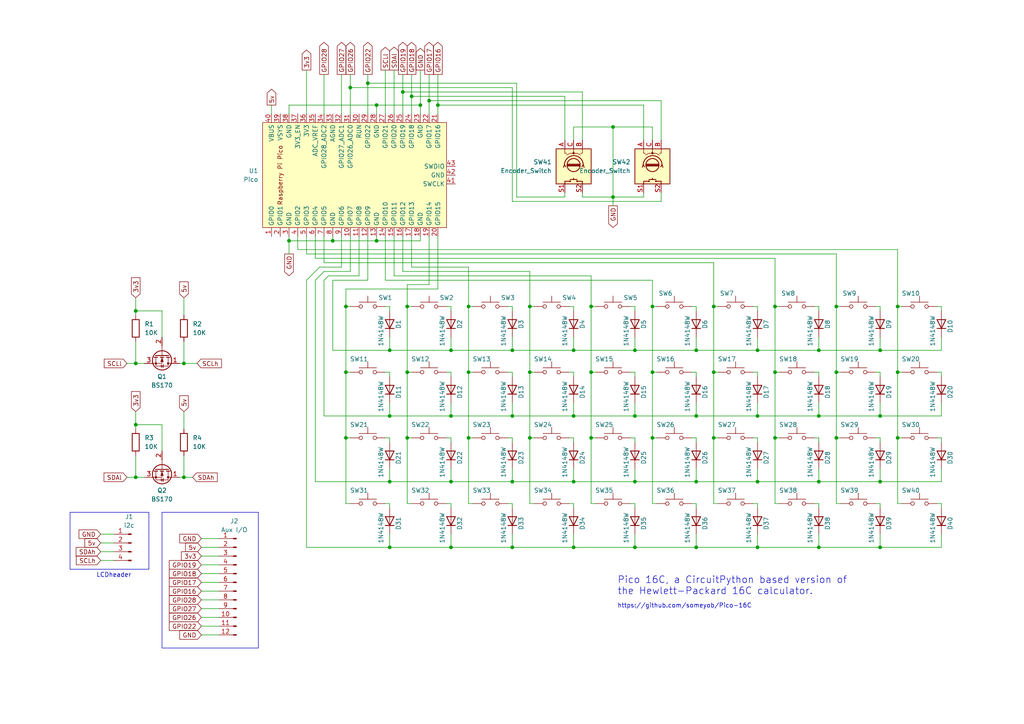
<source format=kicad_sch>
(kicad_sch (version 20230121) (generator eeschema)
  (paper "A4")
  (lib_symbols
    (symbol "Connector:Conn_01x04_Pin" (pin_names (offset 1.016) hide)
      (property "Reference" "J" (at 0 5.08 0))
      (property "Value" "Conn_01x04_Pin" (at 0 -7.62 0))
      (symbol "Conn_01x04_Pin_1_1"
        (pin passive line (at 5.08 2.54 180) (length 3.81) (name "Pin_1") (number "1"))
        (pin passive line (at 5.08 0 180) (length 3.81) (name "Pin_2") (number "2"))
        (pin passive line (at 5.08 -2.54 180) (length 3.81) (name "Pin_3") (number "3"))
        (pin passive line (at 5.08 -5.08 180) (length 3.81) (name "Pin_4") (number "4"))
      )
    )
    (symbol "Connector:Conn_01x12_Pin" (pin_names (offset 1.016) hide)
      (property "Reference" "J" (at 0 15.24 0))
      (property "Value" "Conn_01x12_Pin" (at 0 -17.78 0))
      (symbol "Conn_01x12_Pin_1_1"
        (pin passive line (at 5.08 12.7 180) (length 3.81) (name "Pin_1") (number "1"))
        (pin passive line (at 5.08 -10.16 180) (length 3.81) (name "Pin_10") (number "10"))
        (pin passive line (at 5.08 -12.7 180) (length 3.81) (name "Pin_11") (number "11"))
        (pin passive line (at 5.08 -15.24 180) (length 3.81) (name "Pin_12") (number "12"))
        (pin passive line (at 5.08 10.16 180) (length 3.81) (name "Pin_2") (number "2"))
        (pin passive line (at 5.08 7.62 180) (length 3.81) (name "Pin_3") (number "3"))
        (pin passive line (at 5.08 5.08 180) (length 3.81) (name "Pin_4") (number "4"))
        (pin passive line (at 5.08 2.54 180) (length 3.81) (name "Pin_5") (number "5"))
        (pin passive line (at 5.08 0 180) (length 3.81) (name "Pin_6") (number "6"))
        (pin passive line (at 5.08 -2.54 180) (length 3.81) (name "Pin_7") (number "7"))
        (pin passive line (at 5.08 -5.08 180) (length 3.81) (name "Pin_8") (number "8"))
        (pin passive line (at 5.08 -7.62 180) (length 3.81) (name "Pin_9") (number "9"))
      )
    )
    (symbol "Device:R" (pin_numbers hide) (pin_names (offset 0))
      (property "Reference" "R" (at 2.032 0 90))
      (property "Value" "R" (at 0 0 90))
      (symbol "R_1_1"
        (pin passive line (at 0 3.81 270) (length 1.27) (name "~") (number "1"))
        (pin passive line (at 0 -3.81 90) (length 1.27) (name "~") (number "2"))
      )
    )
    (symbol "Device:RotaryEncoder_Switch" (pin_names (offset 0.254) hide)
      (property "Reference" "SW" (at 0 6.604 0))
      (property "Value" "RotaryEncoder_Switch" (at 0 -6.604 0))
      (symbol "RotaryEncoder_Switch_1_1"
        (pin passive line (at -7.62 2.54 0) (length 2.54) (name "A") (number "A"))
        (pin passive line (at -7.62 -2.54 0) (length 2.54) (name "B") (number "B"))
        (pin passive line (at -7.62 0 0) (length 2.54) (name "C") (number "C"))
        (pin passive line (at 7.62 2.54 180) (length 2.54) (name "S1") (number "S1"))
        (pin passive line (at 7.62 -2.54 180) (length 2.54) (name "S2") (number "S2"))
      )
    )
    (symbol "Diode:1N4148W" (pin_numbers hide) (pin_names hide)
      (property "Reference" "D" (at 0 2.54 0))
      (property "Value" "1N4148W" (at 0 -2.54 0))
      (symbol "1N4148W_1_1"
        (pin passive line (at -3.81 0 0) (length 2.54) (name "K") (number "1"))
        (pin passive line (at 3.81 0 180) (length 2.54) (name "A") (number "2"))
      )
    )
    (symbol "RPi:Pico"
      (property "Reference" "U" (at -13.97 27.94 0))
      (property "Value" "Pico" (at 0 19.05 0))
      (symbol "Pico_0_0"
        (text "Raspberry Pi Pico" (at 0 21.59 0) (effects (font (size 1.27 1.27))))
      )
      (symbol "Pico_1_1"
        (pin bidirectional line (at -17.78 24.13 0) (length 2.54) (name "GPIO0") (number "1"))
        (pin bidirectional line (at -17.78 1.27 0) (length 2.54) (name "GPIO7") (number "10"))
        (pin bidirectional line (at -17.78 -1.27 0) (length 2.54) (name "GPIO8") (number "11"))
        (pin bidirectional line (at -17.78 -3.81 0) (length 2.54) (name "GPIO9") (number "12"))
        (pin power_in line (at -17.78 -6.35 0) (length 2.54) (name "GND") (number "13"))
        (pin bidirectional line (at -17.78 -8.89 0) (length 2.54) (name "GPIO10") (number "14"))
        (pin bidirectional line (at -17.78 -11.43 0) (length 2.54) (name "GPIO11") (number "15"))
        (pin bidirectional line (at -17.78 -13.97 0) (length 2.54) (name "GPIO12") (number "16"))
        (pin bidirectional line (at -17.78 -16.51 0) (length 2.54) (name "GPIO13") (number "17"))
        (pin power_in line (at -17.78 -19.05 0) (length 2.54) (name "GND") (number "18"))
        (pin bidirectional line (at -17.78 -21.59 0) (length 2.54) (name "GPIO14") (number "19"))
        (pin bidirectional line (at -17.78 21.59 0) (length 2.54) (name "GPIO1") (number "2"))
        (pin bidirectional line (at -17.78 -24.13 0) (length 2.54) (name "GPIO15") (number "20"))
        (pin bidirectional line (at 17.78 -24.13 180) (length 2.54) (name "GPIO16") (number "21"))
        (pin bidirectional line (at 17.78 -21.59 180) (length 2.54) (name "GPIO17") (number "22"))
        (pin power_in line (at 17.78 -19.05 180) (length 2.54) (name "GND") (number "23"))
        (pin bidirectional line (at 17.78 -16.51 180) (length 2.54) (name "GPIO18") (number "24"))
        (pin bidirectional line (at 17.78 -13.97 180) (length 2.54) (name "GPIO19") (number "25"))
        (pin bidirectional line (at 17.78 -11.43 180) (length 2.54) (name "GPIO20") (number "26"))
        (pin bidirectional line (at 17.78 -8.89 180) (length 2.54) (name "GPIO21") (number "27"))
        (pin power_in line (at 17.78 -6.35 180) (length 2.54) (name "GND") (number "28"))
        (pin bidirectional line (at 17.78 -3.81 180) (length 2.54) (name "GPIO22") (number "29"))
        (pin power_in line (at -17.78 19.05 0) (length 2.54) (name "GND") (number "3"))
        (pin input line (at 17.78 -1.27 180) (length 2.54) (name "RUN") (number "30"))
        (pin bidirectional line (at 17.78 1.27 180) (length 2.54) (name "GPIO26_ADC0") (number "31"))
        (pin bidirectional line (at 17.78 3.81 180) (length 2.54) (name "GPIO27_ADC1") (number "32"))
        (pin power_in line (at 17.78 6.35 180) (length 2.54) (name "AGND") (number "33"))
        (pin bidirectional line (at 17.78 8.89 180) (length 2.54) (name "GPIO28_ADC2") (number "34"))
        (pin power_in line (at 17.78 11.43 180) (length 2.54) (name "ADC_VREF") (number "35"))
        (pin power_in line (at 17.78 13.97 180) (length 2.54) (name "3V3") (number "36"))
        (pin input line (at 17.78 16.51 180) (length 2.54) (name "3V3_EN") (number "37"))
        (pin bidirectional line (at 17.78 19.05 180) (length 2.54) (name "GND") (number "38"))
        (pin power_in line (at 17.78 21.59 180) (length 2.54) (name "VSYS") (number "39"))
        (pin bidirectional line (at -17.78 16.51 0) (length 2.54) (name "GPIO2") (number "4"))
        (pin power_in line (at 17.78 24.13 180) (length 2.54) (name "VBUS") (number "40"))
        (pin input line (at -2.54 -29.21 90) (length 2.54) (name "SWCLK") (number "41"))
        (pin power_in line (at 0 -29.21 90) (length 2.54) (name "GND") (number "42"))
        (pin bidirectional line (at 2.54 -29.21 90) (length 2.54) (name "SWDIO") (number "43"))
        (pin bidirectional line (at -17.78 13.97 0) (length 2.54) (name "GPIO3") (number "5"))
        (pin bidirectional line (at -17.78 11.43 0) (length 2.54) (name "GPIO4") (number "6"))
        (pin bidirectional line (at -17.78 8.89 0) (length 2.54) (name "GPIO5") (number "7"))
        (pin power_in line (at -17.78 6.35 0) (length 2.54) (name "GND") (number "8"))
        (pin bidirectional line (at -17.78 3.81 0) (length 2.54) (name "GPIO6") (number "9"))
      )
    )
    (symbol "Switch:SW_Push" (pin_numbers hide) (pin_names (offset 1.016) hide)
      (property "Reference" "SW" (at 1.27 2.54 0))
      (property "Value" "SW_Push" (at 0 -1.524 0))
      (symbol "SW_Push_0_1"
        (pin passive line (at -5.08 0 0) (length 2.54) (name "1") (number "1"))
        (pin passive line (at 5.08 0 180) (length 2.54) (name "2") (number "2"))
      )
    )
    (symbol "Transistor_FET:BS170" (pin_names hide)
      (property "Reference" "Q" (at 5.08 1.905 0))
      (property "Value" "BS170" (at 5.08 0 0))
      (symbol "BS170_1_1"
        (pin passive line (at 2.54 5.08 270) (length 2.54) (name "D") (number "1"))
        (pin input line (at -5.08 0 0) (length 2.54) (name "G") (number "2"))
        (pin passive line (at 2.54 -5.08 90) (length 2.54) (name "S") (number "3"))
      )
    )
  )
  (junction (at 83.82 69.85))
  (junction (at 201.93 120.65))
  (junction (at 177.8 57.15))
  (junction (at 184.15 120.65))
  (junction (at 171.45 88.9))
  (junction (at 201.93 158.75))
  (junction (at 113.03 101.6))
  (junction (at 237.49 120.65))
  (junction (at 39.37 123.19))
  (junction (at 171.45 127))
  (junction (at 39.37 105.41))
  (junction (at 118.11 88.9))
  (junction (at 166.37 139.7))
  (junction (at 135.89 107.95))
  (junction (at 148.59 139.7))
  (junction (at 118.11 127))
  (junction (at 224.79 127))
  (junction (at 219.71 101.6))
  (junction (at 219.71 158.75))
  (junction (at 242.57 107.95))
  (junction (at 242.57 88.9))
  (junction (at 166.37 101.6))
  (junction (at 121.92 30.48))
  (junction (at 39.37 90.17))
  (junction (at 255.27 158.75))
  (junction (at 153.67 107.95))
  (junction (at 255.27 120.65))
  (junction (at 189.23 88.9))
  (junction (at 166.37 120.65))
  (junction (at 113.03 139.7))
  (junction (at 224.79 88.9))
  (junction (at 177.8 36.83))
  (junction (at 106.68 24.13))
  (junction (at 219.71 120.65))
  (junction (at 96.52 69.85))
  (junction (at 201.93 101.6))
  (junction (at 135.89 127))
  (junction (at 207.01 107.95))
  (junction (at 135.89 88.9))
  (junction (at 189.23 107.95))
  (junction (at 255.27 139.7))
  (junction (at 242.57 127))
  (junction (at 207.01 88.9))
  (junction (at 260.35 127))
  (junction (at 130.81 101.6))
  (junction (at 113.03 120.65))
  (junction (at 171.45 107.95))
  (junction (at 184.15 139.7))
  (junction (at 127 30.48))
  (junction (at 118.11 107.95))
  (junction (at 219.71 139.7))
  (junction (at 109.22 69.85))
  (junction (at 201.93 139.7))
  (junction (at 237.49 158.75))
  (junction (at 119.38 27.94))
  (junction (at 116.84 26.67))
  (junction (at 109.22 30.48))
  (junction (at 53.34 138.43))
  (junction (at 166.37 158.75))
  (junction (at 237.49 139.7))
  (junction (at 130.81 139.7))
  (junction (at 224.79 107.95))
  (junction (at 124.46 29.21))
  (junction (at 255.27 101.6))
  (junction (at 39.37 138.43))
  (junction (at 260.35 88.9))
  (junction (at 153.67 88.9))
  (junction (at 100.33 127))
  (junction (at 189.23 127))
  (junction (at 237.49 101.6))
  (junction (at 260.35 107.95))
  (junction (at 100.33 88.9))
  (junction (at 184.15 158.75))
  (junction (at 113.03 158.75))
  (junction (at 130.81 120.65))
  (junction (at 130.81 158.75))
  (junction (at 207.01 127))
  (junction (at 101.6 25.4))
  (junction (at 153.67 127))
  (junction (at 53.34 105.41))
  (junction (at 148.59 158.75))
  (junction (at 148.59 101.6))
  (junction (at 148.59 120.65))
  (junction (at 100.33 107.95))
  (junction (at 184.15 101.6))
  (wire (pts (xy 153.67 88.9) (xy 154.94 88.9)))
  (wire (pts (xy 219.71 154.94) (xy 219.71 158.75)))
  (wire (pts (xy 189.23 36.83) (xy 189.23 40.64)))
  (wire (pts (xy 148.59 101.6) (xy 166.37 101.6)))
  (wire (pts (xy 166.37 135.89) (xy 166.37 139.7)))
  (wire (pts (xy 237.49 158.75) (xy 255.27 158.75)))
  (wire (pts (xy 201.93 101.6) (xy 219.71 101.6)))
  (wire (pts (xy 236.22 127) (xy 237.49 127)))
  (wire (pts (xy 135.89 146.05) (xy 137.16 146.05)))
  (wire (pts (xy 148.59 116.84) (xy 148.59 120.65)))
  (wire (pts (xy 254 88.9) (xy 255.27 88.9)))
  (wire (pts (xy 88.9 73.66) (xy 242.57 73.66)))
  (wire (pts (xy 93.98 81.28) (xy 93.98 120.65)))
  (wire (pts (xy 46.99 123.19) (xy 46.99 130.81)))
  (wire (pts (xy 189.23 127) (xy 189.23 146.05)))
  (wire (pts (xy 219.71 101.6) (xy 237.49 101.6)))
  (wire (pts (xy 237.49 116.84) (xy 237.49 120.65)))
  (wire (pts (xy 106.68 68.58) (xy 106.68 81.28)))
  (wire (pts (xy 129.54 127) (xy 130.81 127)))
  (wire (pts (xy 135.89 88.9) (xy 137.16 88.9)))
  (wire (pts (xy 184.15 139.7) (xy 201.93 139.7)))
  (wire (pts (xy 153.67 107.95) (xy 153.67 127)))
  (wire (pts (xy 207.01 88.9) (xy 208.28 88.9)))
  (wire (pts (xy 166.37 139.7) (xy 184.15 139.7)))
  (wire (pts (xy 177.8 36.83) (xy 177.8 57.15)))
  (wire (pts (xy 147.32 127) (xy 148.59 127)))
  (wire (pts (xy 184.15 154.94) (xy 184.15 158.75)))
  (wire (pts (xy 218.44 127) (xy 219.71 127)))
  (wire (pts (xy 163.83 27.94) (xy 163.83 40.64)))
  (wire (pts (xy 58.42 179.07) (xy 63.5 179.07)))
  (wire (pts (xy 53.34 99.06) (xy 53.34 105.41)))
  (wire (pts (xy 130.81 154.94) (xy 130.81 158.75)))
  (wire (pts (xy 116.84 21.59) (xy 116.84 26.67)))
  (wire (pts (xy 273.05 107.95) (xy 273.05 109.22)))
  (wire (pts (xy 148.59 146.05) (xy 148.59 147.32)))
  (wire (pts (xy 201.93 97.79) (xy 201.93 101.6)))
  (wire (pts (xy 166.37 127) (xy 166.37 128.27)))
  (wire (pts (xy 224.79 74.93) (xy 224.79 88.9)))
  (wire (pts (xy 153.67 107.95) (xy 154.94 107.95)))
  (wire (pts (xy 113.03 101.6) (xy 130.81 101.6)))
  (wire (pts (xy 224.79 88.9) (xy 226.06 88.9)))
  (wire (pts (xy 36.83 105.41) (xy 39.37 105.41)))
  (wire (pts (xy 127 30.48) (xy 186.69 30.48)))
  (wire (pts (xy 219.71 107.95) (xy 219.71 109.22)))
  (wire (pts (xy 171.45 107.95) (xy 172.72 107.95)))
  (wire (pts (xy 191.77 29.21) (xy 191.77 40.64)))
  (wire (pts (xy 130.81 127) (xy 130.81 128.27)))
  (wire (pts (xy 207.01 127) (xy 207.01 146.05)))
  (wire (pts (xy 114.3 20.32) (xy 114.3 33.02)))
  (wire (pts (xy 95.25 80.01) (xy 93.98 81.28)))
  (wire (pts (xy 153.67 127) (xy 153.67 146.05)))
  (wire (pts (xy 93.98 78.74) (xy 91.44 81.28)))
  (wire (pts (xy 101.6 25.4) (xy 148.59 25.4)))
  (wire (pts (xy 118.11 127) (xy 119.38 127)))
  (wire (pts (xy 116.84 68.58) (xy 116.84 78.74)))
  (wire (pts (xy 109.22 30.48) (xy 109.22 33.02)))
  (wire (pts (xy 149.86 57.15) (xy 163.83 57.15)))
  (wire (pts (xy 237.49 154.94) (xy 237.49 158.75)))
  (wire (pts (xy 219.71 127) (xy 219.71 128.27)))
  (wire (pts (xy 224.79 127) (xy 226.06 127)))
  (wire (pts (xy 39.37 123.19) (xy 39.37 124.46)))
  (wire (pts (xy 127 68.58) (xy 127 83.82)))
  (wire (pts (xy 207.01 88.9) (xy 207.01 107.95)))
  (wire (pts (xy 148.59 107.95) (xy 148.59 109.22)))
  (wire (pts (xy 58.42 156.21) (xy 63.5 156.21)))
  (wire (pts (xy 58.42 168.91) (xy 63.5 168.91)))
  (wire (pts (xy 260.35 72.39) (xy 260.35 88.9)))
  (wire (pts (xy 124.46 29.21) (xy 191.77 29.21)))
  (wire (pts (xy 201.93 158.75) (xy 219.71 158.75)))
  (wire (pts (xy 86.36 68.58) (xy 86.36 72.39)))
  (wire (pts (xy 255.27 127) (xy 255.27 128.27)))
  (wire (pts (xy 29.21 162.56) (xy 33.02 162.56)))
  (wire (pts (xy 207.01 107.95) (xy 207.01 127)))
  (wire (pts (xy 201.93 146.05) (xy 201.93 147.32)))
  (wire (pts (xy 184.15 116.84) (xy 184.15 120.65)))
  (wire (pts (xy 130.81 88.9) (xy 130.81 90.17)))
  (wire (pts (xy 242.57 107.95) (xy 243.84 107.95)))
  (wire (pts (xy 96.52 69.85) (xy 109.22 69.85)))
  (wire (pts (xy 171.45 127) (xy 172.72 127)))
  (wire (pts (xy 100.33 107.95) (xy 101.6 107.95)))
  (wire (pts (xy 114.3 68.58) (xy 114.3 80.01)))
  (wire (pts (xy 254 107.95) (xy 255.27 107.95)))
  (wire (pts (xy 260.35 127) (xy 261.62 127)))
  (wire (pts (xy 113.03 139.7) (xy 130.81 139.7)))
  (wire (pts (xy 166.37 107.95) (xy 166.37 109.22)))
  (wire (pts (xy 39.37 138.43) (xy 41.91 138.43)))
  (wire (pts (xy 166.37 101.6) (xy 184.15 101.6)))
  (wire (pts (xy 237.49 139.7) (xy 255.27 139.7)))
  (wire (pts (xy 101.6 68.58) (xy 101.6 78.74)))
  (wire (pts (xy 129.54 107.95) (xy 130.81 107.95)))
  (wire (pts (xy 171.45 146.05) (xy 172.72 146.05)))
  (wire (pts (xy 184.15 120.65) (xy 201.93 120.65)))
  (wire (pts (xy 165.1 127) (xy 166.37 127)))
  (wire (pts (xy 36.83 138.43) (xy 39.37 138.43)))
  (wire (pts (xy 236.22 146.05) (xy 237.49 146.05)))
  (wire (pts (xy 113.03 154.94) (xy 113.03 158.75)))
  (wire (pts (xy 255.27 88.9) (xy 255.27 90.17)))
  (wire (pts (xy 182.88 107.95) (xy 184.15 107.95)))
  (wire (pts (xy 255.27 135.89) (xy 255.27 139.7)))
  (wire (pts (xy 78.74 30.48) (xy 78.74 33.02)))
  (wire (pts (xy 118.11 127) (xy 118.11 146.05)))
  (wire (pts (xy 271.78 88.9) (xy 273.05 88.9)))
  (wire (pts (xy 255.27 139.7) (xy 273.05 139.7)))
  (wire (pts (xy 29.21 154.94) (xy 33.02 154.94)))
  (wire (pts (xy 189.23 146.05) (xy 190.5 146.05)))
  (wire (pts (xy 166.37 116.84) (xy 166.37 120.65)))
  (wire (pts (xy 83.82 69.85) (xy 83.82 73.66)))
  (wire (pts (xy 113.03 120.65) (xy 130.81 120.65)))
  (wire (pts (xy 29.21 160.02) (xy 33.02 160.02)))
  (wire (pts (xy 200.66 146.05) (xy 201.93 146.05)))
  (wire (pts (xy 166.37 97.79) (xy 166.37 101.6)))
  (wire (pts (xy 186.69 55.88) (xy 186.69 57.15)))
  (wire (pts (xy 100.33 83.82) (xy 127 83.82)))
  (wire (pts (xy 135.89 127) (xy 137.16 127)))
  (wire (pts (xy 93.98 76.2) (xy 207.01 76.2)))
  (wire (pts (xy 130.81 107.95) (xy 130.81 109.22)))
  (wire (pts (xy 39.37 123.19) (xy 46.99 123.19)))
  (wire (pts (xy 147.32 88.9) (xy 148.59 88.9)))
  (wire (pts (xy 58.42 171.45) (xy 63.5 171.45)))
  (wire (pts (xy 219.71 139.7) (xy 237.49 139.7)))
  (wire (pts (xy 255.27 158.75) (xy 273.05 158.75)))
  (wire (pts (xy 113.03 107.95) (xy 113.03 109.22)))
  (wire (pts (xy 201.93 154.94) (xy 201.93 158.75)))
  (wire (pts (xy 168.91 57.15) (xy 177.8 57.15)))
  (wire (pts (xy 119.38 77.47) (xy 135.89 77.47)))
  (wire (pts (xy 242.57 146.05) (xy 243.84 146.05)))
  (wire (pts (xy 113.03 135.89) (xy 113.03 139.7)))
  (wire (pts (xy 148.59 120.65) (xy 166.37 120.65)))
  (wire (pts (xy 39.37 90.17) (xy 39.37 91.44)))
  (wire (pts (xy 39.37 132.08) (xy 39.37 138.43)))
  (wire (pts (xy 113.03 158.75) (xy 130.81 158.75)))
  (wire (pts (xy 273.05 154.94) (xy 273.05 158.75)))
  (wire (pts (xy 114.3 80.01) (xy 171.45 80.01)))
  (wire (pts (xy 58.42 163.83) (xy 63.5 163.83)))
  (wire (pts (xy 93.98 120.65) (xy 113.03 120.65)))
  (wire (pts (xy 119.38 27.94) (xy 163.83 27.94)))
  (wire (pts (xy 113.03 146.05) (xy 113.03 147.32)))
  (wire (pts (xy 130.81 116.84) (xy 130.81 120.65)))
  (wire (pts (xy 224.79 107.95) (xy 224.79 127)))
  (wire (pts (xy 91.44 139.7) (xy 113.03 139.7)))
  (wire (pts (xy 191.77 55.88) (xy 191.77 58.42)))
  (wire (pts (xy 237.49 120.65) (xy 255.27 120.65)))
  (wire (pts (xy 99.06 21.59) (xy 99.06 33.02)))
  (wire (pts (xy 189.23 107.95) (xy 190.5 107.95)))
  (wire (pts (xy 153.67 78.74) (xy 153.67 88.9)))
  (wire (pts (xy 168.91 55.88) (xy 168.91 57.15)))
  (wire (pts (xy 148.59 25.4) (xy 148.59 58.42)))
  (wire (pts (xy 182.88 88.9) (xy 184.15 88.9)))
  (wire (pts (xy 255.27 97.79) (xy 255.27 101.6)))
  (wire (pts (xy 201.93 88.9) (xy 201.93 90.17)))
  (wire (pts (xy 111.76 68.58) (xy 111.76 81.28)))
  (wire (pts (xy 118.11 82.55) (xy 118.11 88.9)))
  (wire (pts (xy 113.03 127) (xy 113.03 128.27)))
  (wire (pts (xy 119.38 27.94) (xy 119.38 33.02)))
  (wire (pts (xy 52.07 138.43) (xy 53.34 138.43)))
  (wire (pts (xy 242.57 88.9) (xy 243.84 88.9)))
  (wire (pts (xy 273.05 88.9) (xy 273.05 90.17)))
  (wire (pts (xy 135.89 77.47) (xy 135.89 88.9)))
  (wire (pts (xy 236.22 88.9) (xy 237.49 88.9)))
  (wire (pts (xy 148.59 127) (xy 148.59 128.27)))
  (wire (pts (xy 153.67 146.05) (xy 154.94 146.05)))
  (wire (pts (xy 189.23 88.9) (xy 190.5 88.9)))
  (wire (pts (xy 147.32 146.05) (xy 148.59 146.05)))
  (wire (pts (xy 166.37 146.05) (xy 166.37 147.32)))
  (wire (pts (xy 83.82 30.48) (xy 109.22 30.48)))
  (wire (pts (xy 201.93 116.84) (xy 201.93 120.65)))
  (wire (pts (xy 237.49 146.05) (xy 237.49 147.32)))
  (wire (pts (xy 88.9 81.28) (xy 88.9 158.75)))
  (wire (pts (xy 53.34 138.43) (xy 55.88 138.43)))
  (wire (pts (xy 119.38 21.59) (xy 119.38 27.94)))
  (wire (pts (xy 242.57 127) (xy 243.84 127)))
  (wire (pts (xy 111.76 81.28) (xy 189.23 81.28)))
  (wire (pts (xy 96.52 68.58) (xy 96.52 69.85)))
  (wire (pts (xy 104.14 68.58) (xy 104.14 80.01)))
  (wire (pts (xy 171.45 88.9) (xy 171.45 107.95)))
  (wire (pts (xy 39.37 105.41) (xy 41.91 105.41)))
  (wire (pts (xy 93.98 21.59) (xy 93.98 33.02)))
  (wire (pts (xy 148.59 158.75) (xy 166.37 158.75)))
  (wire (pts (xy 100.33 88.9) (xy 101.6 88.9)))
  (wire (pts (xy 130.81 101.6) (xy 148.59 101.6)))
  (wire (pts (xy 224.79 88.9) (xy 224.79 107.95)))
  (wire (pts (xy 201.93 120.65) (xy 219.71 120.65)))
  (wire (pts (xy 177.8 57.15) (xy 186.69 57.15)))
  (wire (pts (xy 39.37 86.36) (xy 39.37 90.17)))
  (wire (pts (xy 184.15 146.05) (xy 184.15 147.32)))
  (wire (pts (xy 109.22 30.48) (xy 121.92 30.48)))
  (wire (pts (xy 153.67 127) (xy 154.94 127)))
  (wire (pts (xy 219.71 120.65) (xy 237.49 120.65)))
  (wire (pts (xy 236.22 107.95) (xy 237.49 107.95)))
  (wire (pts (xy 237.49 88.9) (xy 237.49 90.17)))
  (wire (pts (xy 219.71 97.79) (xy 219.71 101.6)))
  (wire (pts (xy 260.35 88.9) (xy 261.62 88.9)))
  (wire (pts (xy 53.34 119.38) (xy 53.34 124.46)))
  (wire (pts (xy 166.37 154.94) (xy 166.37 158.75)))
  (wire (pts (xy 116.84 26.67) (xy 116.84 33.02)))
  (wire (pts (xy 124.46 29.21) (xy 124.46 33.02)))
  (wire (pts (xy 91.44 81.28) (xy 91.44 139.7)))
  (wire (pts (xy 39.37 99.06) (xy 39.37 105.41)))
  (wire (pts (xy 171.45 80.01) (xy 171.45 88.9)))
  (wire (pts (xy 91.44 68.58) (xy 91.44 74.93)))
  (wire (pts (xy 148.59 97.79) (xy 148.59 101.6)))
  (wire (pts (xy 39.37 90.17) (xy 46.99 90.17)))
  (wire (pts (xy 121.92 30.48) (xy 121.92 33.02)))
  (wire (pts (xy 118.11 107.95) (xy 119.38 107.95)))
  (wire (pts (xy 135.89 127) (xy 135.89 146.05)))
  (wire (pts (xy 273.05 127) (xy 273.05 128.27)))
  (wire (pts (xy 171.45 88.9) (xy 172.72 88.9)))
  (wire (pts (xy 129.54 146.05) (xy 130.81 146.05)))
  (wire (pts (xy 83.82 68.58) (xy 83.82 69.85)))
  (wire (pts (xy 83.82 30.48) (xy 83.82 33.02)))
  (wire (pts (xy 39.37 119.38) (xy 39.37 123.19)))
  (wire (pts (xy 118.11 88.9) (xy 118.11 107.95)))
  (wire (pts (xy 118.11 107.95) (xy 118.11 127)))
  (wire (pts (xy 166.37 36.83) (xy 166.37 40.64)))
  (wire (pts (xy 207.01 127) (xy 208.28 127)))
  (wire (pts (xy 118.11 88.9) (xy 119.38 88.9)))
  (wire (pts (xy 58.42 158.75) (xy 63.5 158.75)))
  (wire (pts (xy 88.9 68.58) (xy 88.9 73.66)))
  (wire (pts (xy 255.27 116.84) (xy 255.27 120.65)))
  (wire (pts (xy 100.33 146.05) (xy 101.6 146.05)))
  (wire (pts (xy 100.33 127) (xy 100.33 146.05)))
  (wire (pts (xy 189.23 88.9) (xy 189.23 107.95)))
  (wire (pts (xy 58.42 166.37) (xy 63.5 166.37)))
  (wire (pts (xy 224.79 146.05) (xy 226.06 146.05)))
  (wire (pts (xy 116.84 26.67) (xy 168.91 26.67)))
  (wire (pts (xy 182.88 127) (xy 184.15 127)))
  (wire (pts (xy 96.52 101.6) (xy 113.03 101.6)))
  (wire (pts (xy 177.8 36.83) (xy 189.23 36.83)))
  (wire (pts (xy 271.78 107.95) (xy 273.05 107.95)))
  (wire (pts (xy 130.81 120.65) (xy 148.59 120.65)))
  (wire (pts (xy 189.23 107.95) (xy 189.23 127)))
  (wire (pts (xy 58.42 176.53) (xy 63.5 176.53)))
  (wire (pts (xy 189.23 127) (xy 190.5 127)))
  (wire (pts (xy 260.35 146.05) (xy 261.62 146.05)))
  (wire (pts (xy 96.52 81.28) (xy 96.52 101.6)))
  (wire (pts (xy 100.33 127) (xy 101.6 127)))
  (wire (pts (xy 219.71 146.05) (xy 219.71 147.32)))
  (wire (pts (xy 119.38 68.58) (xy 119.38 77.47)))
  (wire (pts (xy 130.81 158.75) (xy 148.59 158.75)))
  (wire (pts (xy 254 127) (xy 255.27 127)))
  (wire (pts (xy 116.84 78.74) (xy 153.67 78.74)))
  (wire (pts (xy 148.59 139.7) (xy 166.37 139.7)))
  (wire (pts (xy 207.01 76.2) (xy 207.01 88.9)))
  (wire (pts (xy 168.91 26.67) (xy 168.91 40.64)))
  (wire (pts (xy 166.37 88.9) (xy 166.37 90.17)))
  (wire (pts (xy 111.76 20.32) (xy 111.76 33.02)))
  (wire (pts (xy 135.89 107.95) (xy 135.89 127)))
  (wire (pts (xy 130.81 146.05) (xy 130.81 147.32)))
  (wire (pts (xy 58.42 173.99) (xy 63.5 173.99)))
  (wire (pts (xy 224.79 127) (xy 224.79 146.05)))
  (wire (pts (xy 201.93 107.95) (xy 201.93 109.22)))
  (wire (pts (xy 95.25 80.01) (xy 104.14 80.01)))
  (wire (pts (xy 106.68 21.59) (xy 106.68 24.13)))
  (wire (pts (xy 184.15 88.9) (xy 184.15 90.17)))
  (wire (pts (xy 260.35 88.9) (xy 260.35 107.95)))
  (wire (pts (xy 88.9 158.75) (xy 113.03 158.75)))
  (wire (pts (xy 96.52 81.28) (xy 106.68 81.28)))
  (wire (pts (xy 165.1 107.95) (xy 166.37 107.95)))
  (wire (pts (xy 260.35 107.95) (xy 261.62 107.95)))
  (wire (pts (xy 254 146.05) (xy 255.27 146.05)))
  (wire (pts (xy 53.34 132.08) (xy 53.34 138.43)))
  (wire (pts (xy 130.81 97.79) (xy 130.81 101.6)))
  (wire (pts (xy 93.98 78.74) (xy 101.6 78.74)))
  (wire (pts (xy 113.03 97.79) (xy 113.03 101.6)))
  (wire (pts (xy 109.22 69.85) (xy 121.92 69.85)))
  (wire (pts (xy 53.34 86.36) (xy 53.34 91.44)))
  (wire (pts (xy 113.03 88.9) (xy 113.03 90.17)))
  (wire (pts (xy 207.01 146.05) (xy 208.28 146.05)))
  (wire (pts (xy 127 21.59) (xy 127 30.48)))
  (wire (pts (xy 237.49 101.6) (xy 255.27 101.6)))
  (wire (pts (xy 52.07 105.41) (xy 53.34 105.41)))
  (wire (pts (xy 260.35 107.95) (xy 260.35 127)))
  (wire (pts (xy 149.86 24.13) (xy 149.86 57.15)))
  (wire (pts (xy 148.59 58.42) (xy 191.77 58.42)))
  (wire (pts (xy 100.33 83.82) (xy 100.33 88.9)))
  (wire (pts (xy 109.22 68.58) (xy 109.22 69.85)))
  (wire (pts (xy 165.1 146.05) (xy 166.37 146.05)))
  (wire (pts (xy 201.93 139.7) (xy 219.71 139.7)))
  (wire (pts (xy 182.88 146.05) (xy 184.15 146.05)))
  (wire (pts (xy 91.44 74.93) (xy 224.79 74.93)))
  (wire (pts (xy 271.78 127) (xy 273.05 127)))
  (wire (pts (xy 273.05 116.84) (xy 273.05 120.65)))
  (wire (pts (xy 218.44 88.9) (xy 219.71 88.9)))
  (wire (pts (xy 189.23 81.28) (xy 189.23 88.9)))
  (wire (pts (xy 118.11 146.05) (xy 119.38 146.05)))
  (wire (pts (xy 273.05 135.89) (xy 273.05 139.7)))
  (wire (pts (xy 201.93 127) (xy 201.93 128.27)))
  (wire (pts (xy 255.27 107.95) (xy 255.27 109.22)))
  (wire (pts (xy 92.71 77.47) (xy 99.06 77.47)))
  (wire (pts (xy 121.92 20.32) (xy 121.92 30.48)))
  (wire (pts (xy 219.71 88.9) (xy 219.71 90.17)))
  (wire (pts (xy 237.49 97.79) (xy 237.49 101.6)))
  (wire (pts (xy 237.49 135.89) (xy 237.49 139.7)))
  (wire (pts (xy 111.76 146.05) (xy 113.03 146.05)))
  (wire (pts (xy 118.11 82.55) (xy 124.46 82.55)))
  (wire (pts (xy 165.1 88.9) (xy 166.37 88.9)))
  (wire (pts (xy 219.71 116.84) (xy 219.71 120.65)))
  (wire (pts (xy 127 30.48) (xy 127 33.02)))
  (wire (pts (xy 99.06 68.58) (xy 99.06 77.47)))
  (wire (pts (xy 111.76 88.9) (xy 113.03 88.9)))
  (wire (pts (xy 153.67 88.9) (xy 153.67 107.95)))
  (wire (pts (xy 186.69 30.48) (xy 186.69 40.64)))
  (wire (pts (xy 200.66 127) (xy 201.93 127)))
  (wire (pts (xy 101.6 21.59) (xy 101.6 25.4)))
  (wire (pts (xy 147.32 107.95) (xy 148.59 107.95)))
  (wire (pts (xy 271.78 146.05) (xy 273.05 146.05)))
  (wire (pts (xy 242.57 73.66) (xy 242.57 88.9)))
  (wire (pts (xy 200.66 107.95) (xy 201.93 107.95)))
  (wire (pts (xy 201.93 135.89) (xy 201.93 139.7)))
  (wire (pts (xy 237.49 107.95) (xy 237.49 109.22)))
  (wire (pts (xy 255.27 120.65) (xy 273.05 120.65)))
  (wire (pts (xy 184.15 127) (xy 184.15 128.27)))
  (wire (pts (xy 166.37 36.83) (xy 177.8 36.83)))
  (wire (pts (xy 260.35 127) (xy 260.35 146.05)))
  (wire (pts (xy 184.15 101.6) (xy 201.93 101.6)))
  (wire (pts (xy 124.46 21.59) (xy 124.46 29.21)))
  (wire (pts (xy 273.05 146.05) (xy 273.05 147.32)))
  (wire (pts (xy 130.81 139.7) (xy 148.59 139.7)))
  (wire (pts (xy 58.42 181.61) (xy 63.5 181.61)))
  (wire (pts (xy 171.45 127) (xy 171.45 146.05)))
  (wire (pts (xy 83.82 69.85) (xy 96.52 69.85)))
  (wire (pts (xy 200.66 88.9) (xy 201.93 88.9)))
  (wire (pts (xy 242.57 107.95) (xy 242.57 127)))
  (wire (pts (xy 273.05 97.79) (xy 273.05 101.6)))
  (wire (pts (xy 121.92 68.58) (xy 121.92 69.85)))
  (wire (pts (xy 255.27 101.6) (xy 273.05 101.6)))
  (wire (pts (xy 148.59 135.89) (xy 148.59 139.7)))
  (wire (pts (xy 58.42 184.15) (xy 63.5 184.15)))
  (wire (pts (xy 184.15 135.89) (xy 184.15 139.7)))
  (wire (pts (xy 242.57 127) (xy 242.57 146.05)))
  (wire (pts (xy 224.79 107.95) (xy 226.06 107.95)))
  (wire (pts (xy 184.15 107.95) (xy 184.15 109.22)))
  (wire (pts (xy 177.8 57.15) (xy 177.8 59.69)))
  (wire (pts (xy 166.37 120.65) (xy 184.15 120.65)))
  (wire (pts (xy 207.01 107.95) (xy 208.28 107.95)))
  (wire (pts (xy 135.89 107.95) (xy 137.16 107.95)))
  (wire (pts (xy 148.59 88.9) (xy 148.59 90.17)))
  (wire (pts (xy 88.9 20.32) (xy 88.9 33.02)))
  (wire (pts (xy 218.44 107.95) (xy 219.71 107.95)))
  (wire (pts (xy 166.37 158.75) (xy 184.15 158.75)))
  (wire (pts (xy 113.03 116.84) (xy 113.03 120.65)))
  (wire (pts (xy 100.33 107.95) (xy 100.33 127)))
  (wire (pts (xy 106.68 24.13) (xy 106.68 33.02)))
  (wire (pts (xy 86.36 72.39) (xy 260.35 72.39)))
  (wire (pts (xy 92.71 77.47) (xy 88.9 81.28)))
  (wire (pts (xy 184.15 97.79) (xy 184.15 101.6)))
  (wire (pts (xy 219.71 135.89) (xy 219.71 139.7)))
  (wire (pts (xy 129.54 88.9) (xy 130.81 88.9)))
  (wire (pts (xy 130.81 135.89) (xy 130.81 139.7)))
  (wire (pts (xy 124.46 68.58) (xy 124.46 82.55)))
  (wire (pts (xy 58.42 161.29) (xy 63.5 161.29)))
  (wire (pts (xy 111.76 127) (xy 113.03 127)))
  (wire (pts (xy 135.89 88.9) (xy 135.89 107.95)))
  (wire (pts (xy 46.99 90.17) (xy 46.99 97.79)))
  (wire (pts (xy 100.33 88.9) (xy 100.33 107.95)))
  (wire (pts (xy 101.6 25.4) (xy 101.6 33.02)))
  (wire (pts (xy 106.68 24.13) (xy 149.86 24.13)))
  (wire (pts (xy 255.27 154.94) (xy 255.27 158.75)))
  (wire (pts (xy 163.83 55.88) (xy 163.83 57.15)))
  (wire (pts (xy 171.45 107.95) (xy 171.45 127)))
  (wire (pts (xy 53.34 105.41) (xy 57.15 105.41)))
  (wire (pts (xy 255.27 146.05) (xy 255.27 147.32)))
  (wire (pts (xy 219.71 158.75) (xy 237.49 158.75)))
  (wire (pts (xy 242.57 88.9) (xy 242.57 107.95)))
  (wire (pts (xy 29.21 157.48) (xy 33.02 157.48)))
  (wire (pts (xy 237.49 127) (xy 237.49 128.27)))
  (wire (pts (xy 184.15 158.75) (xy 201.93 158.75)))
  (wire (pts (xy 218.44 146.05) (xy 219.71 146.05)))
  (wire (pts (xy 148.59 154.94) (xy 148.59 158.75)))
  (wire (pts (xy 111.76 107.95) (xy 113.03 107.95)))
  (wire (pts (xy 93.98 68.58) (xy 93.98 76.2)))
  (rectangle (start 46.99 148.59) (end 74.93 187.96))
  (rectangle (start 20.32 148.59) (end 43.18 165.1))
  (text "Pico 16C, a CircuitPython based version of \nthe Hewlett-Packard 16C calculator." (at 179.07 172.72 0) (effects (font (size 2 2)) (justify left bottom)))
  (text "https://github.com/someyob/Pico-16C" (at 179.07 176.53 0) (effects (font (size 1.27 1.27)) (justify left bottom)))
  (text "LCDheader" (at 27.94 167.64 0) (effects (font (size 1.27 1.27)) (justify left bottom)))
  (global_label "SDAl" (shape output) (at 114.3 20.32 90) (property "Intersheetrefs" "${INTERSHEET_REFS}" (effects hide)))
  (global_label "3v3" (shape output) (at 88.9 20.32 90) (property "Intersheetrefs" "${INTERSHEET_REFS}" (effects hide)))
  (global_label "GPIO17" (shape output) (at 124.46 21.59 90) (property "Intersheetrefs" "${INTERSHEET_REFS}" (effects hide)))
  (global_label "GND" (shape output) (at 121.92 20.32 90) (property "Intersheetrefs" "${INTERSHEET_REFS}" (effects hide)))
  (global_label "GND" (shape output) (at 83.82 73.66 270) (property "Intersheetrefs" "${INTERSHEET_REFS}" (effects hide)))
  (global_label "5v" (shape input) (at 53.34 119.38 90) (property "Intersheetrefs" "${INTERSHEET_REFS}" (effects hide)))
  (global_label "5v" (shape input) (at 29.21 157.48 180) (property "Intersheetrefs" "${INTERSHEET_REFS}" (effects hide)))
  (global_label "5v" (shape output) (at 78.74 30.48 90) (property "Intersheetrefs" "${INTERSHEET_REFS}" (effects hide)))
  (global_label "GPIO28" (shape input) (at 58.42 173.99 180) (property "Intersheetrefs" "${INTERSHEET_REFS}" (effects hide)))
  (global_label "GND" (shape input) (at 29.21 154.94 180) (property "Intersheetrefs" "${INTERSHEET_REFS}" (effects hide)))
  (global_label "GPIO19" (shape input) (at 58.42 163.83 180) (property "Intersheetrefs" "${INTERSHEET_REFS}" (effects hide)))
  (global_label "3v3" (shape input) (at 39.37 86.36 90) (property "Intersheetrefs" "${INTERSHEET_REFS}" (effects hide)))
  (global_label "SCLh" (shape input) (at 57.15 105.41 0) (property "Intersheetrefs" "${INTERSHEET_REFS}" (effects hide)))
  (global_label "GPIO27" (shape output) (at 99.06 21.59 90) (property "Intersheetrefs" "${INTERSHEET_REFS}" (effects hide)))
  (global_label "GND" (shape input) (at 58.42 156.21 180) (property "Intersheetrefs" "${INTERSHEET_REFS}" (effects hide)))
  (global_label "SDAl" (shape input) (at 36.83 138.43 180) (property "Intersheetrefs" "${INTERSHEET_REFS}" (effects hide)))
  (global_label "SCLh" (shape input) (at 29.21 162.56 180) (property "Intersheetrefs" "${INTERSHEET_REFS}" (effects hide)))
  (global_label "GPIO22" (shape input) (at 58.42 181.61 180) (property "Intersheetrefs" "${INTERSHEET_REFS}" (effects hide)))
  (global_label "GPIO16" (shape input) (at 58.42 171.45 180) (property "Intersheetrefs" "${INTERSHEET_REFS}" (effects hide)))
  (global_label "GPIO22" (shape output) (at 106.68 21.59 90) (property "Intersheetrefs" "${INTERSHEET_REFS}" (effects hide)))
  (global_label "GPIO28" (shape output) (at 93.98 21.59 90) (property "Intersheetrefs" "${INTERSHEET_REFS}" (effects hide)))
  (global_label "GND" (shape input) (at 58.42 184.15 180) (property "Intersheetrefs" "${INTERSHEET_REFS}" (effects hide)))
  (global_label "GPIO17" (shape input) (at 58.42 168.91 180) (property "Intersheetrefs" "${INTERSHEET_REFS}" (effects hide)))
  (global_label "GPIO19" (shape output) (at 116.84 21.59 90) (property "Intersheetrefs" "${INTERSHEET_REFS}" (effects hide)))
  (global_label "GPIO27" (shape input) (at 58.42 176.53 180) (property "Intersheetrefs" "${INTERSHEET_REFS}" (effects hide)))
  (global_label "SCLl" (shape output) (at 111.76 20.32 90) (property "Intersheetrefs" "${INTERSHEET_REFS}" (effects hide)))
  (global_label "3v3" (shape input) (at 39.37 119.38 90) (property "Intersheetrefs" "${INTERSHEET_REFS}" (effects hide)))
  (global_label "GPIO26" (shape output) (at 101.6 21.59 90) (property "Intersheetrefs" "${INTERSHEET_REFS}" (effects hide)))
  (global_label "GND" (shape output) (at 177.8 59.69 270) (property "Intersheetrefs" "${INTERSHEET_REFS}" (effects hide)))
  (global_label "SCLl" (shape input) (at 36.83 105.41 180) (property "Intersheetrefs" "${INTERSHEET_REFS}" (effects hide)))
  (global_label "5v" (shape input) (at 58.42 158.75 180) (property "Intersheetrefs" "${INTERSHEET_REFS}" (effects hide)))
  (global_label "GPIO18" (shape input) (at 58.42 166.37 180) (property "Intersheetrefs" "${INTERSHEET_REFS}" (effects hide)))
  (global_label "GPIO26" (shape input) (at 58.42 179.07 180) (property "Intersheetrefs" "${INTERSHEET_REFS}" (effects hide)))
  (global_label "5v" (shape input) (at 53.34 86.36 90) (property "Intersheetrefs" "${INTERSHEET_REFS}" (effects hide)))
  (global_label "SDAh" (shape input) (at 55.88 138.43 0) (property "Intersheetrefs" "${INTERSHEET_REFS}" (effects hide)))
  (global_label "GPIO16" (shape output) (at 127 21.59 90) (property "Intersheetrefs" "${INTERSHEET_REFS}" (effects hide)))
  (global_label "GPIO18" (shape output) (at 119.38 21.59 90) (property "Intersheetrefs" "${INTERSHEET_REFS}" (effects hide)))
  (global_label "SDAh" (shape input) (at 29.21 160.02 180) (property "Intersheetrefs" "${INTERSHEET_REFS}" (effects hide)))
  (global_label "3v3" (shape input) (at 58.42 161.29 180) (property "Intersheetrefs" "${INTERSHEET_REFS}" (effects hide)))
  (symbol (lib_id "Diode:1N4148W") (at 255.27 151.13 90) (unit 1)
    (property "Reference" "D39" (at 257.81 149.86 0) (effects (justify right)))
    (property "Value" "1N4148W" (at 252.73 148.59 0) (effects (justify right)))
    (property "Footprint" "Diode_THT:D_DO-35_SOD27_P7.62mm_Horizontal" (effects hide))
    (property "Datasheet" "https://www.vishay.com/docs/85748/1n4148w.pdf" (effects hide))
    (property "Sim.Device" "D" (effects hide))
    (property "Sim.Pins" "1=K 2=A" (effects hide))
  )
  (symbol (lib_id "Device:RotaryEncoder_Switch") (at 166.37 48.26 90) (mirror x) (unit 1)
    (property "Reference" "SW41" (at 160.02 46.99 90) (effects (justify left)))
    (property "Value" "Encoder_Switch" (at 160.02 49.53 90) (effects (justify left)))
    (property "Footprint" "Rotary_Encoder:RotaryEncoder_Alps_EC11E-Switch_Vertical_H20mm" (effects hide))
  )
  (symbol (lib_id "Switch:SW_Push") (at 124.46 107.95 0) (mirror y) (unit 1)
    (property "Reference" "SW12" (at 121.92 104.14 0))
    (property "Value" "SW_Push" (effects hide))
    (property "Footprint" "Button_Switch_Keyboard:SW_Cherry_MX_1.00u_PCB" (effects hide))
  )
  (symbol (lib_id "Diode:1N4148W") (at 130.81 93.98 90) (unit 1)
    (property "Reference" "D2" (at 133.35 92.71 0) (effects (justify right)))
    (property "Value" "1N4148W" (at 128.27 91.44 0) (effects (justify right)))
    (property "Footprint" "Diode_THT:D_DO-35_SOD27_P7.62mm_Horizontal" (effects hide))
    (property "Datasheet" "https://www.vishay.com/docs/85748/1n4148w.pdf" (effects hide))
    (property "Sim.Device" "D" (effects hide))
    (property "Sim.Pins" "1=K 2=A" (effects hide))
  )
  (symbol (lib_id "Switch:SW_Push") (at 213.36 107.95 0) (mirror y) (unit 1)
    (property "Reference" "SW17" (at 210.82 104.14 0))
    (property "Value" "SW_Push" (effects hide))
    (property "Footprint" "Button_Switch_Keyboard:SW_Cherry_MX_1.00u_PCB" (effects hide))
  )
  (symbol (lib_id "Switch:SW_Push") (at 142.24 107.95 0) (mirror y) (unit 1)
    (property "Reference" "SW13" (at 139.7 104.14 0))
    (property "Value" "SW_Push" (effects hide))
    (property "Footprint" "Button_Switch_Keyboard:SW_Cherry_MX_1.00u_PCB" (effects hide))
  )
  (symbol (lib_id "Diode:1N4148W") (at 184.15 93.98 90) (unit 1)
    (property "Reference" "D5" (at 186.69 92.71 0) (effects (justify right)))
    (property "Value" "1N4148W" (at 181.61 91.44 0) (effects (justify right)))
    (property "Footprint" "Diode_THT:D_DO-35_SOD27_P7.62mm_Horizontal" (effects hide))
    (property "Datasheet" "https://www.vishay.com/docs/85748/1n4148w.pdf" (effects hide))
    (property "Sim.Device" "D" (effects hide))
    (property "Sim.Pins" "1=K 2=A" (effects hide))
  )
  (symbol (lib_id "Diode:1N4148W") (at 201.93 132.08 90) (unit 1)
    (property "Reference" "D26" (at 204.47 130.81 0) (effects (justify right)))
    (property "Value" "1N4148W" (at 199.39 129.54 0) (effects (justify right)))
    (property "Footprint" "Diode_THT:D_DO-35_SOD27_P7.62mm_Horizontal" (effects hide))
    (property "Datasheet" "https://www.vishay.com/docs/85748/1n4148w.pdf" (effects hide))
    (property "Sim.Device" "D" (effects hide))
    (property "Sim.Pins" "1=K 2=A" (effects hide))
  )
  (symbol (lib_id "Diode:1N4148W") (at 166.37 93.98 90) (unit 1)
    (property "Reference" "D4" (at 168.91 92.71 0) (effects (justify right)))
    (property "Value" "1N4148W" (at 163.83 91.44 0) (effects (justify right)))
    (property "Footprint" "Diode_THT:D_DO-35_SOD27_P7.62mm_Horizontal" (effects hide))
    (property "Datasheet" "https://www.vishay.com/docs/85748/1n4148w.pdf" (effects hide))
    (property "Sim.Device" "D" (effects hide))
    (property "Sim.Pins" "1=K 2=A" (effects hide))
  )
  (symbol (lib_id "Switch:SW_Push") (at 231.14 107.95 0) (mirror y) (unit 1)
    (property "Reference" "SW18" (at 228.6 104.14 0))
    (property "Value" "SW_Push" (effects hide))
    (property "Footprint" "Button_Switch_Keyboard:SW_Cherry_MX_1.00u_PCB" (effects hide))
  )
  (symbol (lib_id "Switch:SW_Push") (at 177.8 107.95 0) (mirror y) (unit 1)
    (property "Reference" "SW15" (at 175.26 104.14 0))
    (property "Value" "SW_Push" (effects hide))
    (property "Footprint" "Button_Switch_Keyboard:SW_Cherry_MX_1.00u_PCB" (effects hide))
  )
  (symbol (lib_id "Diode:1N4148W") (at 201.93 113.03 90) (unit 1)
    (property "Reference" "D16" (at 204.47 111.76 0) (effects (justify right)))
    (property "Value" "1N4148W" (at 199.39 110.49 0) (effects (justify right)))
    (property "Footprint" "Diode_THT:D_DO-35_SOD27_P7.62mm_Horizontal" (effects hide))
    (property "Datasheet" "https://www.vishay.com/docs/85748/1n4148w.pdf" (effects hide))
    (property "Sim.Device" "D" (effects hide))
    (property "Sim.Pins" "1=K 2=A" (effects hide))
  )
  (symbol (lib_id "Diode:1N4148W") (at 184.15 113.03 90) (unit 1)
    (property "Reference" "D15" (at 186.69 111.76 0) (effects (justify right)))
    (property "Value" "1N4148W" (at 181.61 110.49 0) (effects (justify right)))
    (property "Footprint" "Diode_THT:D_DO-35_SOD27_P7.62mm_Horizontal" (effects hide))
    (property "Datasheet" "https://www.vishay.com/docs/85748/1n4148w.pdf" (effects hide))
    (property "Sim.Device" "D" (effects hide))
    (property "Sim.Pins" "1=K 2=A" (effects hide))
  )
  (symbol (lib_id "Switch:SW_Push") (at 106.68 88.9 0) (mirror y) (unit 1)
    (property "Reference" "SW1" (at 111.76 86.36 0))
    (property "Value" "SW_Push" (effects hide))
    (property "Footprint" "Button_Switch_Keyboard:SW_Cherry_MX_1.00u_PCB" (effects hide))
  )
  (symbol (lib_id "Diode:1N4148W") (at 273.05 93.98 90) (unit 1)
    (property "Reference" "D10" (at 275.59 92.71 0) (effects (justify right)))
    (property "Value" "1N4148W" (at 270.51 91.44 0) (effects (justify right)))
    (property "Footprint" "Diode_THT:D_DO-35_SOD27_P7.62mm_Horizontal" (effects hide))
    (property "Datasheet" "https://www.vishay.com/docs/85748/1n4148w.pdf" (effects hide))
    (property "Sim.Device" "D" (effects hide))
    (property "Sim.Pins" "1=K 2=A" (effects hide))
  )
  (symbol (lib_id "Device:R") (at 39.37 95.25 0) (unit 1)
    (property "Reference" "R1" (at 41.91 93.98 0) (effects (justify left)))
    (property "Value" "10K" (at 41.91 96.52 0) (effects (justify left)))
    (property "Footprint" "Resistor_THT:R_Axial_DIN0207_L6.3mm_D2.5mm_P10.16mm_Horizontal" (effects hide))
  )
  (symbol (lib_id "Switch:SW_Push") (at 160.02 127 0) (mirror y) (unit 1)
    (property "Reference" "SW24" (at 157.48 123.19 0))
    (property "Value" "SW_Push" (effects hide))
    (property "Footprint" "Button_Switch_Keyboard:SW_Cherry_MX_1.00u_PCB" (effects hide))
  )
  (symbol (lib_id "Diode:1N4148W") (at 255.27 132.08 90) (unit 1)
    (property "Reference" "D29" (at 257.81 130.81 0) (effects (justify right)))
    (property "Value" "1N4148W" (at 252.73 129.54 0) (effects (justify right)))
    (property "Footprint" "Diode_THT:D_DO-35_SOD27_P7.62mm_Horizontal" (effects hide))
    (property "Datasheet" "https://www.vishay.com/docs/85748/1n4148w.pdf" (effects hide))
    (property "Sim.Device" "D" (effects hide))
    (property "Sim.Pins" "1=K 2=A" (effects hide))
  )
  (symbol (lib_id "Switch:SW_Push") (at 124.46 146.05 0) (mirror y) (unit 1)
    (property "Reference" "SW32" (at 121.92 142.24 0))
    (property "Value" "SW_Push" (effects hide))
    (property "Footprint" "Button_Switch_Keyboard:SW_Cherry_MX_1.00u_PCB" (effects hide))
  )
  (symbol (lib_id "Diode:1N4148W") (at 237.49 151.13 90) (unit 1)
    (property "Reference" "D38" (at 240.03 149.86 0) (effects (justify right)))
    (property "Value" "1N4148W" (at 234.95 148.59 0) (effects (justify right)))
    (property "Footprint" "Diode_THT:D_DO-35_SOD27_P7.62mm_Horizontal" (effects hide))
    (property "Datasheet" "https://www.vishay.com/docs/85748/1n4148w.pdf" (effects hide))
    (property "Sim.Device" "D" (effects hide))
    (property "Sim.Pins" "1=K 2=A" (effects hide))
  )
  (symbol (lib_id "Diode:1N4148W") (at 148.59 151.13 90) (unit 1)
    (property "Reference" "D33" (at 151.13 149.86 0) (effects (justify right)))
    (property "Value" "1N4148W" (at 146.05 148.59 0) (effects (justify right)))
    (property "Footprint" "Diode_THT:D_DO-35_SOD27_P7.62mm_Horizontal" (effects hide))
    (property "Datasheet" "https://www.vishay.com/docs/85748/1n4148w.pdf" (effects hide))
    (property "Sim.Device" "D" (effects hide))
    (property "Sim.Pins" "1=K 2=A" (effects hide))
  )
  (symbol (lib_id "Diode:1N4148W") (at 219.71 93.98 90) (unit 1)
    (property "Reference" "D7" (at 222.25 92.71 0) (effects (justify right)))
    (property "Value" "1N4148W" (at 217.17 91.44 0) (effects (justify right)))
    (property "Footprint" "Diode_THT:D_DO-35_SOD27_P7.62mm_Horizontal" (effects hide))
    (property "Datasheet" "https://www.vishay.com/docs/85748/1n4148w.pdf" (effects hide))
    (property "Sim.Device" "D" (effects hide))
    (property "Sim.Pins" "1=K 2=A" (effects hide))
  )
  (symbol (lib_id "Diode:1N4148W") (at 166.37 113.03 90) (unit 1)
    (property "Reference" "D14" (at 168.91 111.76 0) (effects (justify right)))
    (property "Value" "1N4148W" (at 163.83 110.49 0) (effects (justify right)))
    (property "Footprint" "Diode_THT:D_DO-35_SOD27_P7.62mm_Horizontal" (effects hide))
    (property "Datasheet" "https://www.vishay.com/docs/85748/1n4148w.pdf" (effects hide))
    (property "Sim.Device" "D" (effects hide))
    (property "Sim.Pins" "1=K 2=A" (effects hide))
  )
  (symbol (lib_id "Device:R") (at 53.34 95.25 0) (unit 1)
    (property "Reference" "R2" (at 55.88 93.98 0) (effects (justify left)))
    (property "Value" "10K" (at 55.88 96.52 0) (effects (justify left)))
    (property "Footprint" "Resistor_THT:R_Axial_DIN0207_L6.3mm_D2.5mm_P10.16mm_Horizontal" (effects hide))
  )
  (symbol (lib_id "Switch:SW_Push") (at 231.14 127 0) (mirror y) (unit 1)
    (property "Reference" "SW28" (at 228.6 123.19 0))
    (property "Value" "SW_Push" (effects hide))
    (property "Footprint" "Button_Switch_Keyboard:SW_Cherry_MX_1.00u_PCB" (effects hide))
  )
  (symbol (lib_id "Switch:SW_Push") (at 142.24 146.05 0) (mirror y) (unit 1)
    (property "Reference" "SW33" (at 139.7 142.24 0))
    (property "Value" "SW_Push" (effects hide))
    (property "Footprint" "Button_Switch_Keyboard:SW_Cherry_MX_1.00u_PCB" (effects hide))
  )
  (symbol (lib_id "Switch:SW_Push") (at 195.58 88.9 0) (mirror y) (unit 1)
    (property "Reference" "SW6" (at 193.04 85.09 0))
    (property "Value" "SW_Push" (effects hide))
    (property "Footprint" "Button_Switch_Keyboard:SW_Cherry_MX_1.00u_PCB" (effects hide))
  )
  (symbol (lib_id "Diode:1N4148W") (at 219.71 132.08 90) (unit 1)
    (property "Reference" "D27" (at 222.25 130.81 0) (effects (justify right)))
    (property "Value" "1N4148W" (at 217.17 129.54 0) (effects (justify right)))
    (property "Footprint" "Diode_THT:D_DO-35_SOD27_P7.62mm_Horizontal" (effects hide))
    (property "Datasheet" "https://www.vishay.com/docs/85748/1n4148w.pdf" (effects hide))
    (property "Sim.Device" "D" (effects hide))
    (property "Sim.Pins" "1=K 2=A" (effects hide))
  )
  (symbol (lib_id "Switch:SW_Push") (at 266.7 107.95 0) (mirror y) (unit 1)
    (property "Reference" "SW20" (at 264.16 104.14 0))
    (property "Value" "SW_Push" (effects hide))
    (property "Footprint" "Button_Switch_Keyboard:SW_Cherry_MX_1.00u_PCB" (effects hide))
  )
  (symbol (lib_id "Diode:1N4148W") (at 166.37 151.13 90) (unit 1)
    (property "Reference" "D34" (at 168.91 149.86 0) (effects (justify right)))
    (property "Value" "1N4148W" (at 163.83 148.59 0) (effects (justify right)))
    (property "Footprint" "Diode_THT:D_DO-35_SOD27_P7.62mm_Horizontal" (effects hide))
    (property "Datasheet" "https://www.vishay.com/docs/85748/1n4148w.pdf" (effects hide))
    (property "Sim.Device" "D" (effects hide))
    (property "Sim.Pins" "1=K 2=A" (effects hide))
  )
  (symbol (lib_id "Diode:1N4148W") (at 148.59 132.08 90) (unit 1)
    (property "Reference" "D23" (at 151.13 130.81 0) (effects (justify right)))
    (property "Value" "1N4148W" (at 146.05 129.54 0) (effects (justify right)))
    (property "Footprint" "Diode_THT:D_DO-35_SOD27_P7.62mm_Horizontal" (effects hide))
    (property "Datasheet" "https://www.vishay.com/docs/85748/1n4148w.pdf" (effects hide))
    (property "Sim.Device" "D" (effects hide))
    (property "Sim.Pins" "1=K 2=A" (effects hide))
  )
  (symbol (lib_id "Diode:1N4148W") (at 184.15 132.08 90) (unit 1)
    (property "Reference" "D25" (at 186.69 130.81 0) (effects (justify right)))
    (property "Value" "1N4148W" (at 181.61 129.54 0) (effects (justify right)))
    (property "Footprint" "Diode_THT:D_DO-35_SOD27_P7.62mm_Horizontal" (effects hide))
    (property "Datasheet" "https://www.vishay.com/docs/85748/1n4148w.pdf" (effects hide))
    (property "Sim.Device" "D" (effects hide))
    (property "Sim.Pins" "1=K 2=A" (effects hide))
  )
  (symbol (lib_id "Switch:SW_Push") (at 106.68 127 0) (mirror y) (unit 1)
    (property "Reference" "SW21" (at 104.14 123.19 0))
    (property "Value" "SW_Push" (effects hide))
    (property "Footprint" "Button_Switch_Keyboard:SW_Cherry_MX_1.00u_PCB" (effects hide))
  )
  (symbol (lib_id "Switch:SW_Push") (at 248.92 146.05 0) (mirror y) (unit 1)
    (property "Reference" "SW39" (at 246.38 142.24 0))
    (property "Value" "SW_Push" (effects hide))
    (property "Footprint" "Button_Switch_Keyboard:SW_Cherry_MX_1.00u_PCB" (effects hide))
  )
  (symbol (lib_id "Switch:SW_Push") (at 106.68 107.95 0) (mirror y) (unit 1)
    (property "Reference" "SW11" (at 104.14 104.14 0))
    (property "Value" "SW_Push" (effects hide))
    (property "Footprint" "Button_Switch_Keyboard:SW_Cherry_MX_1.00u_PCB" (effects hide))
  )
  (symbol (lib_id "Switch:SW_Push") (at 248.92 88.9 0) (mirror y) (unit 1)
    (property "Reference" "SW9" (at 246.38 85.09 0))
    (property "Value" "SW_Push" (effects hide))
    (property "Footprint" "Button_Switch_Keyboard:SW_Cherry_MX_1.00u_PCB" (effects hide))
  )
  (symbol (lib_id "Switch:SW_Push") (at 213.36 146.05 0) (mirror y) (unit 1)
    (property "Reference" "SW37" (at 210.82 142.24 0))
    (property "Value" "SW_Push" (effects hide))
    (property "Footprint" "Button_Switch_Keyboard:SW_Cherry_MX_1.00u_PCB" (effects hide))
  )
  (symbol (lib_id "Switch:SW_Push") (at 248.92 107.95 0) (mirror y) (unit 1)
    (property "Reference" "SW19" (at 246.38 104.14 0))
    (property "Value" "SW_Push" (effects hide))
    (property "Footprint" "Button_Switch_Keyboard:SW_Cherry_MX_1.00u_PCB" (effects hide))
  )
  (symbol (lib_id "Switch:SW_Push") (at 160.02 107.95 0) (mirror y) (unit 1)
    (property "Reference" "SW14" (at 157.48 104.14 0))
    (property "Value" "SW_Push" (effects hide))
    (property "Footprint" "Button_Switch_Keyboard:SW_Cherry_MX_1.00u_PCB" (effects hide))
  )
  (symbol (lib_id "Switch:SW_Push") (at 266.7 88.9 0) (mirror y) (unit 1)
    (property "Reference" "SW10" (at 264.16 85.09 0))
    (property "Value" "SW_Push" (effects hide))
    (property "Footprint" "Button_Switch_Keyboard:SW_Cherry_MX_1.00u_PCB" (effects hide))
  )
  (symbol (lib_id "Device:R") (at 53.34 128.27 0) (unit 1)
    (property "Reference" "R4" (at 55.88 127 0) (effects (justify left)))
    (property "Value" "10K" (at 55.88 129.54 0) (effects (justify left)))
    (property "Footprint" "Resistor_THT:R_Axial_DIN0207_L6.3mm_D2.5mm_P10.16mm_Horizontal" (effects hide))
  )
  (symbol (lib_id "Diode:1N4148W") (at 113.03 132.08 90) (unit 1)
    (property "Reference" "D21" (at 115.57 130.81 0) (effects (justify right)))
    (property "Value" "1N4148W" (at 110.49 129.54 0) (effects (justify right)))
    (property "Footprint" "Diode_THT:D_DO-35_SOD27_P7.62mm_Horizontal" (effects hide))
    (property "Datasheet" "https://www.vishay.com/docs/85748/1n4148w.pdf" (effects hide))
    (property "Sim.Device" "D" (effects hide))
    (property "Sim.Pins" "1=K 2=A" (effects hide))
  )
  (symbol (lib_id "Diode:1N4148W") (at 184.15 151.13 90) (unit 1)
    (property "Reference" "D35" (at 186.69 149.86 0) (effects (justify right)))
    (property "Value" "1N4148W" (at 181.61 148.59 0) (effects (justify right)))
    (property "Footprint" "Diode_THT:D_DO-35_SOD27_P7.62mm_Horizontal" (effects hide))
    (property "Datasheet" "https://www.vishay.com/docs/85748/1n4148w.pdf" (effects hide))
    (property "Sim.Device" "D" (effects hide))
    (property "Sim.Pins" "1=K 2=A" (effects hide))
  )
  (symbol (lib_id "Switch:SW_Push") (at 106.68 146.05 0) (mirror y) (unit 1)
    (property "Reference" "SW31" (at 104.14 142.24 0))
    (property "Value" "SW_Push" (effects hide))
    (property "Footprint" "Button_Switch_Keyboard:SW_Cherry_MX_1.00u_PCB" (effects hide))
  )
  (symbol (lib_id "Diode:1N4148W") (at 255.27 113.03 90) (unit 1)
    (property "Reference" "D19" (at 257.81 111.76 0) (effects (justify right)))
    (property "Value" "1N4148W" (at 252.73 110.49 0) (effects (justify right)))
    (property "Footprint" "Diode_THT:D_DO-35_SOD27_P7.62mm_Horizontal" (effects hide))
    (property "Datasheet" "https://www.vishay.com/docs/85748/1n4148w.pdf" (effects hide))
    (property "Sim.Device" "D" (effects hide))
    (property "Sim.Pins" "1=K 2=A" (effects hide))
  )
  (symbol (lib_id "Diode:1N4148W") (at 237.49 93.98 90) (unit 1)
    (property "Reference" "D8" (at 240.03 92.71 0) (effects (justify right)))
    (property "Value" "1N4148W" (at 234.95 91.44 0) (effects (justify right)))
    (property "Footprint" "Diode_THT:D_DO-35_SOD27_P7.62mm_Horizontal" (effects hide))
    (property "Datasheet" "https://www.vishay.com/docs/85748/1n4148w.pdf" (effects hide))
    (property "Sim.Device" "D" (effects hide))
    (property "Sim.Pins" "1=K 2=A" (effects hide))
  )
  (symbol (lib_id "Diode:1N4148W") (at 113.03 93.98 90) (unit 1)
    (property "Reference" "D1" (at 115.57 92.71 0) (effects (justify right)))
    (property "Value" "1N4148W" (at 110.49 91.44 0) (effects (justify right)))
    (property "Footprint" "Diode_THT:D_DO-35_SOD27_P7.62mm_Horizontal" (effects hide))
    (property "Datasheet" "https://www.vishay.com/docs/85748/1n4148w.pdf" (effects hide))
    (property "Sim.Device" "D" (effects hide))
    (property "Sim.Pins" "1=K 2=A" (effects hide))
  )
  (symbol (lib_id "Diode:1N4148W") (at 130.81 113.03 90) (unit 1)
    (property "Reference" "D12" (at 133.35 111.76 0) (effects (justify right)))
    (property "Value" "1N4148W" (at 128.27 110.49 0) (effects (justify right)))
    (property "Footprint" "Diode_THT:D_DO-35_SOD27_P7.62mm_Horizontal" (effects hide))
    (property "Datasheet" "https://www.vishay.com/docs/85748/1n4148w.pdf" (effects hide))
    (property "Sim.Device" "D" (effects hide))
    (property "Sim.Pins" "1=K 2=A" (effects hide))
  )
  (symbol (lib_id "Switch:SW_Push") (at 231.14 88.9 0) (mirror y) (unit 1)
    (property "Reference" "SW8" (at 228.6 85.09 0))
    (property "Value" "SW_Push" (effects hide))
    (property "Footprint" "Button_Switch_Keyboard:SW_Cherry_MX_1.00u_PCB" (effects hide))
  )
  (symbol (lib_id "Diode:1N4148W") (at 113.03 151.13 90) (unit 1)
    (property "Reference" "D31" (at 115.57 149.86 0) (effects (justify right)))
    (property "Value" "1N4148W" (at 110.49 148.59 0) (effects (justify right)))
    (property "Footprint" "Diode_THT:D_DO-35_SOD27_P7.62mm_Horizontal" (effects hide))
    (property "Datasheet" "https://www.vishay.com/docs/85748/1n4148w.pdf" (effects hide))
    (property "Sim.Device" "D" (effects hide))
    (property "Sim.Pins" "1=K 2=A" (effects hide))
  )
  (symbol (lib_id "Diode:1N4148W") (at 130.81 132.08 90) (unit 1)
    (property "Reference" "D22" (at 133.35 130.81 0) (effects (justify right)))
    (property "Value" "1N4148W" (at 128.27 129.54 0) (effects (justify right)))
    (property "Footprint" "Diode_THT:D_DO-35_SOD27_P7.62mm_Horizontal" (effects hide))
    (property "Datasheet" "https://www.vishay.com/docs/85748/1n4148w.pdf" (effects hide))
    (property "Sim.Device" "D" (effects hide))
    (property "Sim.Pins" "1=K 2=A" (effects hide))
  )
  (symbol (lib_id "Switch:SW_Push") (at 160.02 146.05 0) (mirror y) (unit 1)
    (property "Reference" "SW34" (at 157.48 142.24 0))
    (property "Value" "SW_Push" (effects hide))
    (property "Footprint" "Button_Switch_Keyboard:SW_Cherry_MX_1.00u_PCB" (effects hide))
  )
  (symbol (lib_id "Switch:SW_Push") (at 142.24 127 0) (mirror y) (unit 1)
    (property "Reference" "SW23" (at 139.7 123.19 0))
    (property "Value" "SW_Push" (effects hide))
    (property "Footprint" "Button_Switch_Keyboard:SW_Cherry_MX_1.00u_PCB" (effects hide))
  )
  (symbol (lib_id "Switch:SW_Push") (at 142.24 88.9 0) (mirror y) (unit 1)
    (property "Reference" "SW3" (at 147.32 86.36 0))
    (property "Value" "SW_Push" (effects hide))
    (property "Footprint" "Button_Switch_Keyboard:SW_Cherry_MX_1.00u_PCB" (effects hide))
  )
  (symbol (lib_id "Diode:1N4148W") (at 201.93 93.98 90) (unit 1)
    (property "Reference" "D6" (at 204.47 92.71 0) (effects (justify right)))
    (property "Value" "1N4148W" (at 199.39 91.44 0) (effects (justify right)))
    (property "Footprint" "Diode_THT:D_DO-35_SOD27_P7.62mm_Horizontal" (effects hide))
    (property "Datasheet" "https://www.vishay.com/docs/85748/1n4148w.pdf" (effects hide))
    (property "Sim.Device" "D" (effects hide))
    (property "Sim.Pins" "1=K 2=A" (effects hide))
  )
  (symbol (lib_id "Switch:SW_Push") (at 231.14 146.05 0) (mirror y) (unit 1)
    (property "Reference" "SW38" (at 228.6 142.24 0))
    (property "Value" "SW_Push" (effects hide))
    (property "Footprint" "Button_Switch_Keyboard:SW_Cherry_MX_1.00u_PCB" (effects hide))
  )
  (symbol (lib_id "Transistor_FET:BS170") (at 46.99 102.87 270) (unit 1)
    (property "Reference" "Q1" (at 46.99 109.22 90))
    (property "Value" "BS170" (at 46.99 111.76 90))
    (property "Footprint" "Package_TO_SOT_THT:TO-92_Inline" (effects hide))
    (property "Datasheet" "https://www.onsemi.com/pub/Collateral/BS170-D.PDF" (effects hide))
  )
  (symbol (lib_id "Diode:1N4148W") (at 166.37 132.08 90) (unit 1)
    (property "Reference" "D24" (at 168.91 130.81 0) (effects (justify right)))
    (property "Value" "1N4148W" (at 163.83 129.54 0) (effects (justify right)))
    (property "Footprint" "Diode_THT:D_DO-35_SOD27_P7.62mm_Horizontal" (effects hide))
    (property "Datasheet" "https://www.vishay.com/docs/85748/1n4148w.pdf" (effects hide))
    (property "Sim.Device" "D" (effects hide))
    (property "Sim.Pins" "1=K 2=A" (effects hide))
  )
  (symbol (lib_id "Switch:SW_Push") (at 177.8 88.9 0) (mirror y) (unit 1)
    (property "Reference" "SW5" (at 182.88 86.36 0))
    (property "Value" "SW_Push" (effects hide))
    (property "Footprint" "Button_Switch_Keyboard:SW_Cherry_MX_1.00u_PCB" (effects hide))
  )
  (symbol (lib_id "RPi:Pico") (at 102.87 50.8 90) (unit 1)
    (property "Reference" "U1" (at 74.93 49.53 90) (effects (justify left)))
    (property "Value" "Pico" (at 74.93 52.07 90) (effects (justify left)))
    (property "Footprint" "MCU_RaspberryPi_and_Boards:RPi_Pico_SMD_TH" (effects hide))
  )
  (symbol (lib_id "Switch:SW_Push") (at 213.36 88.9 0) (mirror y) (unit 1)
    (property "Reference" "SW7" (at 210.82 85.09 0))
    (property "Value" "SW_Push" (effects hide))
    (property "Footprint" "Button_Switch_Keyboard:SW_Cherry_MX_1.00u_PCB" (effects hide))
  )
  (symbol (lib_id "Diode:1N4148W") (at 113.03 113.03 90) (unit 1)
    (property "Reference" "D11" (at 115.57 111.76 0) (effects (justify right)))
    (property "Value" "1N4148W" (at 110.49 110.49 0) (effects (justify right)))
    (property "Footprint" "Diode_THT:D_DO-35_SOD27_P7.62mm_Horizontal" (effects hide))
    (property "Datasheet" "https://www.vishay.com/docs/85748/1n4148w.pdf" (effects hide))
    (property "Sim.Device" "D" (effects hide))
    (property "Sim.Pins" "1=K 2=A" (effects hide))
  )
  (symbol (lib_id "Switch:SW_Push") (at 195.58 146.05 0) (mirror y) (unit 1)
    (property "Reference" "SW36" (at 193.04 142.24 0))
    (property "Value" "SW_Push" (effects hide))
    (property "Footprint" "Button_Switch_Keyboard:SW_Cherry_MX_1.00u_PCB" (effects hide))
  )
  (symbol (lib_id "Diode:1N4148W") (at 237.49 132.08 90) (unit 1)
    (property "Reference" "D28" (at 240.03 130.81 0) (effects (justify right)))
    (property "Value" "1N4148W" (at 234.95 129.54 0) (effects (justify right)))
    (property "Footprint" "Diode_THT:D_DO-35_SOD27_P7.62mm_Horizontal" (effects hide))
    (property "Datasheet" "https://www.vishay.com/docs/85748/1n4148w.pdf" (effects hide))
    (property "Sim.Device" "D" (effects hide))
    (property "Sim.Pins" "1=K 2=A" (effects hide))
  )
  (symbol (lib_id "Switch:SW_Push") (at 266.7 127 0) (mirror y) (unit 1)
    (property "Reference" "SW30" (at 264.16 123.19 0))
    (property "Value" "SW_Push" (effects hide))
    (property "Footprint" "Button_Switch_Keyboard:SW_Cherry_MX_1.00u_PCB" (effects hide))
  )
  (symbol (lib_id "Switch:SW_Push") (at 160.02 88.9 0) (mirror y) (unit 1)
    (property "Reference" "SW4" (at 165.1 86.36 0))
    (property "Value" "SW_Push" (effects hide))
    (property "Footprint" "Button_Switch_Keyboard:SW_Cherry_MX_1.00u_PCB" (effects hide))
  )
  (symbol (lib_id "Diode:1N4148W") (at 219.71 151.13 90) (unit 1)
    (property "Reference" "D37" (at 222.25 149.86 0) (effects (justify right)))
    (property "Value" "1N4148W" (at 217.17 148.59 0) (effects (justify right)))
    (property "Footprint" "Diode_THT:D_DO-35_SOD27_P7.62mm_Horizontal" (effects hide))
    (property "Datasheet" "https://www.vishay.com/docs/85748/1n4148w.pdf" (effects hide))
    (property "Sim.Device" "D" (effects hide))
    (property "Sim.Pins" "1=K 2=A" (effects hide))
  )
  (symbol (lib_id "Switch:SW_Push") (at 213.36 127 0) (mirror y) (unit 1)
    (property "Reference" "SW27" (at 210.82 123.19 0))
    (property "Value" "SW_Push" (effects hide))
    (property "Footprint" "Button_Switch_Keyboard:SW_Cherry_MX_1.00u_PCB" (effects hide))
  )
  (symbol (lib_id "Diode:1N4148W") (at 130.81 151.13 90) (unit 1)
    (property "Reference" "D32" (at 133.35 149.86 0) (effects (justify right)))
    (property "Value" "1N4148W" (at 128.27 148.59 0) (effects (justify right)))
    (property "Footprint" "Diode_THT:D_DO-35_SOD27_P7.62mm_Horizontal" (effects hide))
    (property "Datasheet" "https://www.vishay.com/docs/85748/1n4148w.pdf" (effects hide))
    (property "Sim.Device" "D" (effects hide))
    (property "Sim.Pins" "1=K 2=A" (effects hide))
  )
  (symbol (lib_id "Connector:Conn_01x04_Pin") (at 38.1 157.48 0) (mirror y) (unit 1)
    (property "Reference" "J1" (at 37.465 149.86 0))
    (property "Value" "i2c" (at 37.465 152.4 0))
    (property "Footprint" "Connector_PinHeader_2.54mm:PinHeader_1x04_P2.54mm_Vertical" (effects hide))
  )
  (symbol (lib_id "Switch:SW_Push") (at 177.8 127 0) (mirror y) (unit 1)
    (property "Reference" "SW25" (at 175.26 123.19 0))
    (property "Value" "SW_Push" (effects hide))
    (property "Footprint" "Button_Switch_Keyboard:SW_Cherry_MX_1.00u_PCB" (effects hide))
  )
  (symbol (lib_id "Switch:SW_Push") (at 248.92 127 0) (mirror y) (unit 1)
    (property "Reference" "SW29" (at 246.38 123.19 0))
    (property "Value" "SW_Push" (effects hide))
    (property "Footprint" "Button_Switch_Keyboard:SW_Cherry_MX_1.00u_PCB" (effects hide))
  )
  (symbol (lib_id "Diode:1N4148W") (at 148.59 93.98 90) (unit 1)
    (property "Reference" "D3" (at 151.13 92.71 0) (effects (justify right)))
    (property "Value" "1N4148W" (at 146.05 91.44 0) (effects (justify right)))
    (property "Footprint" "Diode_THT:D_DO-35_SOD27_P7.62mm_Horizontal" (effects hide))
    (property "Datasheet" "https://www.vishay.com/docs/85748/1n4148w.pdf" (effects hide))
    (property "Sim.Device" "D" (effects hide))
    (property "Sim.Pins" "1=K 2=A" (effects hide))
  )
  (symbol (lib_id "Transistor_FET:BS170") (at 46.99 135.89 270) (unit 1)
    (property "Reference" "Q2" (at 46.99 142.24 90))
    (property "Value" "BS170" (at 46.99 144.78 90))
    (property "Footprint" "Package_TO_SOT_THT:TO-92_Inline" (effects hide))
    (property "Datasheet" "https://www.onsemi.com/pub/Collateral/BS170-D.PDF" (effects hide))
  )
  (symbol (lib_id "Diode:1N4148W") (at 148.59 113.03 90) (unit 1)
    (property "Reference" "D13" (at 151.13 111.76 0) (effects (justify right)))
    (property "Value" "1N4148W" (at 146.05 110.49 0) (effects (justify right)))
    (property "Footprint" "Diode_THT:D_DO-35_SOD27_P7.62mm_Horizontal" (effects hide))
    (property "Datasheet" "https://www.vishay.com/docs/85748/1n4148w.pdf" (effects hide))
    (property "Sim.Device" "D" (effects hide))
    (property "Sim.Pins" "1=K 2=A" (effects hide))
  )
  (symbol (lib_id "Switch:SW_Push") (at 124.46 88.9 0) (mirror y) (unit 1)
    (property "Reference" "SW2" (at 129.54 86.36 0))
    (property "Value" "SW_Push" (effects hide))
    (property "Footprint" "Button_Switch_Keyboard:SW_Cherry_MX_1.00u_PCB" (effects hide))
  )
  (symbol (lib_id "Switch:SW_Push") (at 124.46 127 0) (mirror y) (unit 1)
    (property "Reference" "SW22" (at 121.92 123.19 0))
    (property "Value" "SW_Push" (effects hide))
    (property "Footprint" "Button_Switch_Keyboard:SW_Cherry_MX_1.00u_PCB" (effects hide))
  )
  (symbol (lib_id "Connector:Conn_01x12_Pin") (at 68.58 168.91 0) (mirror y) (unit 1)
    (property "Reference" "J2" (at 67.945 151.13 0))
    (property "Value" "Aux I/O" (at 67.945 153.67 0))
    (property "Footprint" "Connector_PinHeader_2.54mm:PinHeader_1x12_P2.54mm_Vertical" (effects hide))
  )
  (symbol (lib_id "Device:R") (at 39.37 128.27 0) (unit 1)
    (property "Reference" "R3" (at 41.91 127 0) (effects (justify left)))
    (property "Value" "10K" (at 41.91 129.54 0) (effects (justify left)))
    (property "Footprint" "Resistor_THT:R_Axial_DIN0207_L6.3mm_D2.5mm_P10.16mm_Horizontal" (effects hide))
  )
  (symbol (lib_id "Diode:1N4148W") (at 219.71 113.03 90) (unit 1)
    (property "Reference" "D17" (at 222.25 111.76 0) (effects (justify right)))
    (property "Value" "1N4148W" (at 217.17 110.49 0) (effects (justify right)))
    (property "Footprint" "Diode_THT:D_DO-35_SOD27_P7.62mm_Horizontal" (effects hide))
    (property "Datasheet" "https://www.vishay.com/docs/85748/1n4148w.pdf" (effects hide))
    (property "Sim.Device" "D" (effects hide))
    (property "Sim.Pins" "1=K 2=A" (effects hide))
  )
  (symbol (lib_id "Switch:SW_Push") (at 266.7 146.05 0) (mirror y) (unit 1)
    (property "Reference" "SW40" (at 264.16 142.24 0))
    (property "Value" "SW_Push" (effects hide))
    (property "Footprint" "Button_Switch_Keyboard:SW_Cherry_MX_1.00u_PCB" (effects hide))
  )
  (symbol (lib_id "Diode:1N4148W") (at 255.27 93.98 90) (unit 1)
    (property "Reference" "D9" (at 257.81 92.71 0) (effects (justify right)))
    (property "Value" "1N4148W" (at 252.73 91.44 0) (effects (justify right)))
    (property "Footprint" "Diode_THT:D_DO-35_SOD27_P7.62mm_Horizontal" (effects hide))
    (property "Datasheet" "https://www.vishay.com/docs/85748/1n4148w.pdf" (effects hide))
    (property "Sim.Device" "D" (effects hide))
    (property "Sim.Pins" "1=K 2=A" (effects hide))
  )
  (symbol (lib_id "Diode:1N4148W") (at 237.49 113.03 90) (unit 1)
    (property "Reference" "D18" (at 240.03 111.76 0) (effects (justify right)))
    (property "Value" "1N4148W" (at 234.95 110.49 0) (effects (justify right)))
    (property "Footprint" "Diode_THT:D_DO-35_SOD27_P7.62mm_Horizontal" (effects hide))
    (property "Datasheet" "https://www.vishay.com/docs/85748/1n4148w.pdf" (effects hide))
    (property "Sim.Device" "D" (effects hide))
    (property "Sim.Pins" "1=K 2=A" (effects hide))
  )
  (symbol (lib_id "Switch:SW_Push") (at 195.58 107.95 0) (mirror y) (unit 1)
    (property "Reference" "SW16" (at 193.04 104.14 0))
    (property "Value" "SW_Push" (effects hide))
    (property "Footprint" "Button_Switch_Keyboard:SW_Cherry_MX_1.00u_PCB" (effects hide))
  )
  (symbol (lib_id "Diode:1N4148W") (at 273.05 113.03 90) (unit 1)
    (property "Reference" "D20" (at 275.59 111.76 0) (effects (justify right)))
    (property "Value" "1N4148W" (at 270.51 110.49 0) (effects (justify right)))
    (property "Footprint" "Diode_THT:D_DO-35_SOD27_P7.62mm_Horizontal" (effects hide))
    (property "Datasheet" "https://www.vishay.com/docs/85748/1n4148w.pdf" (effects hide))
    (property "Sim.Device" "D" (effects hide))
    (property "Sim.Pins" "1=K 2=A" (effects hide))
  )
  (symbol (lib_id "Device:RotaryEncoder_Switch") (at 189.23 48.26 90) (mirror x) (unit 1)
    (property "Reference" "SW42" (at 182.88 46.99 90) (effects (justify left)))
    (property "Value" "Encoder_Switch" (at 182.88 49.53 90) (effects (justify left)))
    (property "Footprint" "Rotary_Encoder:RotaryEncoder_Alps_EC11E-Switch_Vertical_H20mm" (effects hide))
  )
  (symbol (lib_id "Diode:1N4148W") (at 273.05 151.13 90) (unit 1)
    (property "Reference" "D40" (at 275.59 149.86 0) (effects (justify right)))
    (property "Value" "1N4148W" (at 270.51 148.59 0) (effects (justify right)))
    (property "Footprint" "Diode_THT:D_DO-35_SOD27_P7.62mm_Horizontal" (effects hide))
    (property "Datasheet" "https://www.vishay.com/docs/85748/1n4148w.pdf" (effects hide))
    (property "Sim.Device" "D" (effects hide))
    (property "Sim.Pins" "1=K 2=A" (effects hide))
  )
  (symbol (lib_id "Switch:SW_Push") (at 177.8 146.05 0) (mirror y) (unit 1)
    (property "Reference" "SW35" (at 175.26 142.24 0))
    (property "Value" "SW_Push" (effects hide))
    (property "Footprint" "Button_Switch_Keyboard:SW_Cherry_MX_1.00u_PCB" (effects hide))
  )
  (symbol (lib_id "Diode:1N4148W") (at 273.05 132.08 90) (unit 1)
    (property "Reference" "D30" (at 275.59 130.81 0) (effects (justify right)))
    (property "Value" "1N4148W" (at 270.51 129.54 0) (effects (justify right)))
    (property "Footprint" "Diode_THT:D_DO-35_SOD27_P7.62mm_Horizontal" (effects hide))
    (property "Datasheet" "https://www.vishay.com/docs/85748/1n4148w.pdf" (effects hide))
    (property "Sim.Device" "D" (effects hide))
    (property "Sim.Pins" "1=K 2=A" (effects hide))
  )
  (symbol (lib_id "Switch:SW_Push") (at 195.58 127 0) (mirror y) (unit 1)
    (property "Reference" "SW26" (at 193.04 123.19 0))
    (property "Value" "SW_Push" (effects hide))
    (property "Footprint" "Button_Switch_Keyboard:SW_Cherry_MX_1.00u_PCB" (effects hide))
  )
  (symbol (lib_id "Diode:1N4148W") (at 201.93 151.13 90) (unit 1)
    (property "Reference" "D36" (at 204.47 149.86 0) (effects (justify right)))
    (property "Value" "1N4148W" (at 199.39 148.59 0) (effects (justify right)))
    (property "Footprint" "Diode_THT:D_DO-35_SOD27_P7.62mm_Horizontal" (effects hide))
    (property "Datasheet" "https://www.vishay.com/docs/85748/1n4148w.pdf" (effects hide))
    (property "Sim.Device" "D" (effects hide))
    (property "Sim.Pins" "1=K 2=A" (effects hide))
  )
)
</source>
